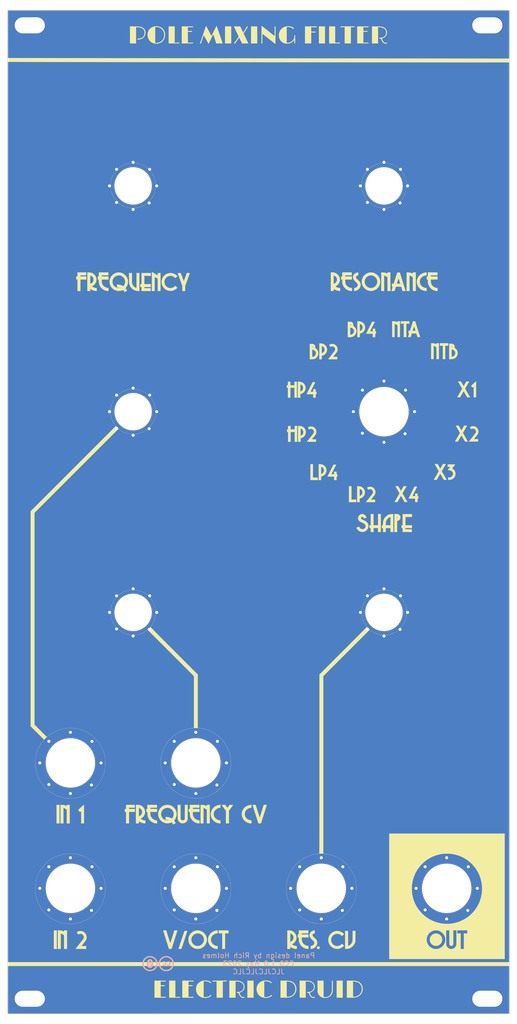
<source format=kicad_pcb>
(kicad_pcb (version 20221018) (generator pcbnew)
  (layers (0 "F.Cu" signal) (31 "B.Cu" signal) (34 "B.Paste" user) (35 "F.Paste" user) (36 "B.SilkS" user "B.Silkscreen") (37 "F.SilkS" user "F.Silkscreen") (38 "B.Mask" user) (39 "F.Mask" user) (44 "Edge.Cuts" user))
  (net 0 "")
  (net 1 "GND")
  (footprint "Kosmo_panel:Kosmo_Panel_Dual_Slotted_Mounting_Holes" (layer "F.Cu") (at 163.1 60.6 180)
    (fp_text reference "H14" hide)
    (fp_text value "Mounting_Holes")
    (pad "1" thru_hole oval (at 1.4 -194 180) (size 6.8 4) (drill oval 6 3.2) (layers "*.Cu" "*.Mask") (net 1 "GND"))
    (pad "1" thru_hole oval (at 1.4 0 180) (size 6.8 4) (drill oval 6 3.2) (layers "*.Cu" "*.Mask") (net 1 "GND"))
  )
  (footprint "Kosmo_panel:Kosmo_Pot_Hole" (layer "F.Cu") (at 141.1 92.6)
    (fp_text reference "H10" hide)
    (fp_text value "Pot_Hole")
    (fp_circle (center 0 0) (end 3.7 0) (stroke (width 0.05)) (fill none) (layer "Edge.Cuts"))
    (pad "1" smd custom (at -4.7 0) (size 0.5 0.5) (layers "F.Cu" "F.Paste" "F.Mask") (net 1 "GND") (options (clearance outline) (anchor circle)) (primitives (gr_circle (center 4.7 0) (end 9.4 0) (width 1.6) (fill none))))
    (pad "1" smd custom (at -4.7 0) (size 0.5 0.5) (layers "B.Cu" "B.Paste" "B.Mask") (net 1 "GND") (options (clearance outline) (anchor circle)) (primitives (gr_circle (center 4.7 0) (end 9.4 0) (width 1.6) (fill none))))
    (pad "1" thru_hole circle (at -4.7 0) (size 0.8 0.8) (drill 0.6) (layers "*.Cu" "*.Mask") (net 1 "GND"))
    (pad "1" thru_hole circle (at -3.3 -3.3) (size 0.8 0.8) (drill 0.6) (layers "*.Cu" "*.Mask") (net 1 "GND"))
    (pad "1" thru_hole circle (at -3.3 3.3) (size 0.8 0.8) (drill 0.6) (layers "*.Cu" "*.Mask") (net 1 "GND"))
    (pad "1" thru_hole circle (at 0 -4.7) (size 0.8 0.8) (drill 0.6) (layers "*.Cu" "*.Mask") (net 1 "GND"))
    (pad "1" thru_hole circle (at 0 4.7) (size 0.8 0.8) (drill 0.6) (layers "*.Cu" "*.Mask") (net 1 "GND"))
    (pad "1" thru_hole circle (at 3.2 3.4) (size 0.8 0.8) (drill 0.6) (layers "*.Cu" "*.Mask") (net 1 "GND"))
    (pad "1" thru_hole circle (at 3.3 -3.3) (size 0.8 0.8) (drill 0.6) (layers "*.Cu" "*.Mask") (net 1 "GND"))
    (pad "1" thru_hole circle (at 4.7 0) (size 0.8 0.8) (drill 0.6) (layers "*.Cu" "*.Mask") (net 1 "GND"))
  )
  (footprint "Kosmo_panel:Kosmo_Jack_Hole" (layer "F.Cu") (at 78.6 207.6)
    (fp_text reference "H1" hide)
    (fp_text value "Jack_Hole")
    (fp_circle (center 0 0) (end 4.9 0) (stroke (width 0.05)) (fill none) (layer "Edge.Cuts"))
    (pad "1" smd custom (at -6.1 0) (size 0.5 0.5) (layers "F.Cu" "F.Paste" "F.Mask") (net 1 "GND") (options (clearance outline) (anchor circle)) (primitives (gr_circle (center 6.1 0) (end 12.2 0) (width 1.9) (fill none))))
    (pad "1" smd custom (at -6.1 0) (size 0.5 0.5) (layers "B.Cu" "B.Paste" "B.Mask") (net 1 "GND") (options (clearance outline) (anchor circle)) (primitives (gr_circle (center 6.1 0) (end 12.2 0) (width 1.9) (fill none))))
    (pad "1" thru_hole circle (at -6.1 0) (size 0.8 0.8) (drill 0.6) (layers "*.Cu" "*.Mask") (net 1 "GND"))
    (pad "1" thru_hole circle (at -4.3 -4.3) (size 0.8 0.8) (drill 0.6) (layers "*.Cu" "*.Mask") (net 1 "GND"))
    (pad "1" thru_hole circle (at -4.3 4.3) (size 0.8 0.8) (drill 0.6) (layers "*.Cu" "*.Mask") (net 1 "GND"))
    (pad "1" thru_hole circle (at 0 -6.1) (size 0.8 0.8) (drill 0.6) (layers "*.Cu" "*.Mask") (net 1 "GND"))
    (pad "1" thru_hole circle (at 0 6.1) (size 0.8 0.8) (drill 0.6) (layers "*.Cu" "*.Mask") (net 1 "GND"))
    (pad "1" thru_hole circle (at 4.2 4.4) (size 0.8 0.8) (drill 0.6) (layers "*.Cu" "*.Mask") (net 1 "GND"))
    (pad "1" thru_hole circle (at 4.3 -4.3) (size 0.8 0.8) (drill 0.6) (layers "*.Cu" "*.Mask") (net 1 "GND"))
    (pad "1" thru_hole circle (at 6.1 0) (size 0.8 0.8) (drill 0.6) (layers "*.Cu" "*.Mask") (net 1 "GND"))
  )
  (footprint "Kosmo_panel:Kosmo_Panel_Dual_Slotted_Mounting_Holes" (layer "F.Cu") (at 69.1 254.6)
    (fp_text reference "H11" hide)
    (fp_text value "Mounting_Holes")
    (pad "1" thru_hole oval (at 1.4 -194) (size 6.8 4) (drill oval 6 3.2) (layers "*.Cu" "*.Mask") (net 1 "GND"))
    (pad "1" thru_hole oval (at 1.4 0) (size 6.8 4) (drill oval 6 3.2) (layers "*.Cu" "*.Mask") (net 1 "GND"))
  )
  (footprint "Kosmo_panel:Kosmo_Jack_Hole" (layer "F.Cu") (at 78.6 232.6)
    (fp_text reference "H2" hide)
    (fp_text value "Jack_Hole")
    (fp_circle (center 0 0) (end 4.9 0) (stroke (width 0.05)) (fill none) (layer "Edge.Cuts"))
    (pad "1" smd custom (at -6.1 0) (size 0.5 0.5) (layers "F.Cu" "F.Paste" "F.Mask") (net 1 "GND") (options (clearance outline) (anchor circle)) (primitives (gr_circle (center 6.1 0) (end 12.2 0) (width 1.9) (fill none))))
    (pad "1" smd custom (at -6.1 0) (size 0.5 0.5) (layers "B.Cu" "B.Paste" "B.Mask") (net 1 "GND") (options (clearance outline) (anchor circle)) (primitives (gr_circle (center 6.1 0) (end 12.2 0) (width 1.9) (fill none))))
    (pad "1" thru_hole circle (at -6.1 0) (size 0.8 0.8) (drill 0.6) (layers "*.Cu" "*.Mask") (net 1 "GND"))
    (pad "1" thru_hole circle (at -4.3 -4.3) (size 0.8 0.8) (drill 0.6) (layers "*.Cu" "*.Mask") (net 1 "GND"))
    (pad "1" thru_hole circle (at -4.3 4.3) (size 0.8 0.8) (drill 0.6) (layers "*.Cu" "*.Mask") (net 1 "GND"))
    (pad "1" thru_hole circle (at 0 -6.1) (size 0.8 0.8) (drill 0.6) (layers "*.Cu" "*.Mask") (net 1 "GND"))
    (pad "1" thru_hole circle (at 0 6.1) (size 0.8 0.8) (drill 0.6) (layers "*.Cu" "*.Mask") (net 1 "GND"))
    (pad "1" thru_hole circle (at 4.2 4.4) (size 0.8 0.8) (drill 0.6) (layers "*.Cu" "*.Mask") (net 1 "GND"))
    (pad "1" thru_hole circle (at 4.3 -4.3) (size 0.8 0.8) (drill 0.6) (layers "*.Cu" "*.Mask") (net 1 "GND"))
    (pad "1" thru_hole circle (at 6.1 0) (size 0.8 0.8) (drill 0.6) (layers "*.Cu" "*.Mask") (net 1 "GND"))
  )
  (footprint "Kosmo_panel:Kosmo_Jack_Hole" (layer "F.Cu") (at 103.6 207.6)
    (fp_text reference "H3" hide)
    (fp_text value "Jack_Hole")
    (fp_circle (center 0 0) (end 4.9 0) (stroke (width 0.05)) (fill none) (layer "Edge.Cuts"))
    (pad "1" smd custom (at -6.1 0) (size 0.5 0.5) (layers "F.Cu" "F.Paste" "F.Mask") (net 1 "GND") (options (clearance outline) (anchor circle)) (primitives (gr_circle (center 6.1 0) (end 12.2 0) (width 1.9) (fill none))))
    (pad "1" smd custom (at -6.1 0) (size 0.5 0.5) (layers "B.Cu" "B.Paste" "B.Mask") (net 1 "GND") (options (clearance outline) (anchor circle)) (primitives (gr_circle (center 6.1 0) (end 12.2 0) (width 1.9) (fill none))))
    (pad "1" thru_hole circle (at -6.1 0) (size 0.8 0.8) (drill 0.6) (layers "*.Cu" "*.Mask") (net 1 "GND"))
    (pad "1" thru_hole circle (at -4.3 -4.3) (size 0.8 0.8) (drill 0.6) (layers "*.Cu" "*.Mask") (net 1 "GND"))
    (pad "1" thru_hole circle (at -4.3 4.3) (size 0.8 0.8) (drill 0.6) (layers "*.Cu" "*.Mask") (net 1 "GND"))
    (pad "1" thru_hole circle (at 0 -6.1) (size 0.8 0.8) (drill 0.6) (layers "*.Cu" "*.Mask") (net 1 "GND"))
    (pad "1" thru_hole circle (at 0 6.1) (size 0.8 0.8) (drill 0.6) (layers "*.Cu" "*.Mask") (net 1 "GND"))
    (pad "1" thru_hole circle (at 4.2 4.4) (size 0.8 0.8) (drill 0.6) (layers "*.Cu" "*.Mask") (net 1 "GND"))
    (pad "1" thru_hole circle (at 4.3 -4.3) (size 0.8 0.8) (drill 0.6) (layers "*.Cu" "*.Mask") (net 1 "GND"))
    (pad "1" thru_hole circle (at 6.1 0) (size 0.8 0.8) (drill 0.6) (layers "*.Cu" "*.Mask") (net 1 "GND"))
  )
  (footprint "Kosmo_panel:Kosmo_Jack_Hole" (layer "F.Cu") (at 103.6 232.6)
    (fp_text reference "H4" hide)
    (fp_text value "Jack_Hole")
    (fp_circle (center 0 0) (end 4.9 0) (stroke (width 0.05)) (fill none) (layer "Edge.Cuts"))
    (pad "1" smd custom (at -6.1 0) (size 0.5 0.5) (layers "F.Cu" "F.Paste" "F.Mask") (net 1 "GND") (options (clearance outline) (anchor circle)) (primitives (gr_circle (center 6.1 0) (end 12.2 0) (width 1.9) (fill none))))
    (pad "1" smd custom (at -6.1 0) (size 0.5 0.5) (layers "B.Cu" "B.Paste" "B.Mask") (net 1 "GND") (options (clearance outline) (anchor circle)) (primitives (gr_circle (center 6.1 0) (end 12.2 0) (width 1.9) (fill none))))
    (pad "1" thru_hole circle (at -6.1 0) (size 0.8 0.8) (drill 0.6) (layers "*.Cu" "*.Mask") (net 1 "GND"))
    (pad "1" thru_hole circle (at -4.3 -4.3) (size 0.8 0.8) (drill 0.6) (layers "*.Cu" "*.Mask") (net 1 "GND"))
    (pad "1" thru_hole circle (at -4.3 4.3) (size 0.8 0.8) (drill 0.6) (layers "*.Cu" "*.Mask") (net 1 "GND"))
    (pad "1" thru_hole circle (at 0 -6.1) (size 0.8 0.8) (drill 0.6) (layers "*.Cu" "*.Mask") (net 1 "GND"))
    (pad "1" thru_hole circle (at 0 6.1) (size 0.8 0.8) (drill 0.6) (layers "*.Cu" "*.Mask") (net 1 "GND"))
    (pad "1" thru_hole circle (at 4.2 4.4) (size 0.8 0.8) (drill 0.6) (layers "*.Cu" "*.Mask") (net 1 "GND"))
    (pad "1" thru_hole circle (at 4.3 -4.3) (size 0.8 0.8) (drill 0.6) (layers "*.Cu" "*.Mask") (net 1 "GND"))
    (pad "1" thru_hole circle (at 6.1 0) (size 0.8 0.8) (drill 0.6) (layers "*.Cu" "*.Mask") (net 1 "GND"))
  )
  (footprint "Kosmo_panel:Kosmo_Jack_Hole" (layer "F.Cu") (at 153.6 232.6)
    (fp_text reference "H5" hide)
    (fp_text value "Jack_Hole")
    (fp_circle (center 0 0) (end 4.9 0) (stroke (width 0.05)) (fill none) (layer "Edge.Cuts"))
    (pad "1" smd custom (at -6.1 0) (size 0.5 0.5) (layers "F.Cu" "F.Paste" "F.Mask") (net 1 "GND") (options (clearance outline) (anchor circle)) (primitives (gr_circle (center 6.1 0) (end 12.2 0) (width 1.9) (fill none))))
    (pad "1" smd custom (at -6.1 0) (size 0.5 0.5) (layers "B.Cu" "B.Paste" "B.Mask") (net 1 "GND") (options (clearance outline) (anchor circle)) (primitives (gr_circle (center 6.1 0) (end 12.2 0) (width 1.9) (fill none))))
    (pad "1" thru_hole circle (at -6.1 0) (size 0.8 0.8) (drill 0.6) (layers "*.Cu" "*.Mask") (net 1 "GND"))
    (pad "1" thru_hole circle (at -4.3 -4.3) (size 0.8 0.8) (drill 0.6) (layers "*.Cu" "*.Mask") (net 1 "GND"))
    (pad "1" thru_hole circle (at -4.3 4.3) (size 0.8 0.8) (drill 0.6) (layers "*.Cu" "*.Mask") (net 1 "GND"))
    (pad "1" thru_hole circle (at 0 -6.1) (size 0.8 0.8) (drill 0.6) (layers "*.Cu" "*.Mask") (net 1 "GND"))
    (pad "1" thru_hole circle (at 0 6.1) (size 0.8 0.8) (drill 0.6) (layers "*.Cu" "*.Mask") (net 1 "GND"))
    (pad "1" thru_hole circle (at 4.2 4.4) (size 0.8 0.8) (drill 0.6) (layers "*.Cu" "*.Mask") (net 1 "GND"))
    (pad "1" thru_hole circle (at 4.3 -4.3) (size 0.8 0.8) (drill 0.6) (layers "*.Cu" "*.Mask") (net 1 "GND"))
    (pad "1" thru_hole circle (at 6.1 0) (size 0.8 0.8) (drill 0.6) (layers "*.Cu" "*.Mask") (net 1 "GND"))
  )
  (footprint "Kosmo_panel:Kosmo_Jack_Hole" (layer "F.Cu") (at 128.6 232.6)
    (fp_text reference "H6" hide)
    (fp_text value "Jack_Hole")
    (fp_circle (center 0 0) (end 4.9 0) (stroke (width 0.05)) (fill none) (layer "Edge.Cuts"))
    (pad "1" smd custom (at -6.1 0) (size 0.5 0.5) (layers "F.Cu" "F.Paste" "F.Mask") (net 1 "GND") (options (clearance outline) (anchor circle)) (primitives (gr_circle (center 6.1 0) (end 12.2 0) (width 1.9) (fill none))))
    (pad "1" smd custom (at -6.1 0) (size 0.5 0.5) (layers "B.Cu" "B.Paste" "B.Mask") (net 1 "GND") (options (clearance outline) (anchor circle)) (primitives (gr_circle (center 6.1 0) (end 12.2 0) (width 1.9) (fill none))))
    (pad "1" thru_hole circle (at -6.1 0) (size 0.8 0.8) (drill 0.6) (layers "*.Cu" "*.Mask") (net 1 "GND"))
    (pad "1" thru_hole circle (at -4.3 -4.3) (size 0.8 0.8) (drill 0.6) (layers "*.Cu" "*.Mask") (net 1 "GND"))
    (pad "1" thru_hole circle (at -4.3 4.3) (size 0.8 0.8) (drill 0.6) (layers "*.Cu" "*.Mask") (net 1 "GND"))
    (pad "1" thru_hole circle (at 0 -6.1) (size 0.8 0.8) (drill 0.6) (layers "*.Cu" "*.Mask") (net 1 "GND"))
    (pad "1" thru_hole circle (at 0 6.1) (size 0.8 0.8) (drill 0.6) (layers "*.Cu" "*.Mask") (net 1 "GND"))
    (pad "1" thru_hole circle (at 4.2 4.4) (size 0.8 0.8) (drill 0.6) (layers "*.Cu" "*.Mask") (net 1 "GND"))
    (pad "1" thru_hole circle (at 4.3 -4.3) (size 0.8 0.8) (drill 0.6) (layers "*.Cu" "*.Mask") (net 1 "GND"))
    (pad "1" thru_hole circle (at 6.1 0) (size 0.8 0.8) (drill 0.6) (layers "*.Cu" "*.Mask") (net 1 "GND"))
  )
  (footprint "Kosmo_panel:Kosmo_Pot_Hole" (layer "F.Cu") (at 91.1 177.6)
    (fp_text reference "H15" hide)
    (fp_text value "Pot_Hole")
    (fp_circle (center 0 0) (end 3.7 0) (stroke (width 0.05)) (fill none) (layer "Edge.Cuts"))
    (pad "1" smd custom (at -4.7 0) (size 0.5 0.5) (layers "F.Cu" "F.Paste" "F.Mask") (net 1 "GND") (options (clearance outline) (anchor circle)) (primitives (gr_circle (center 4.7 0) (end 9.4 0) (width 1.6) (fill none))))
    (pad "1" smd custom (at -4.7 0) (size 0.5 0.5) (layers "B.Cu" "B.Paste" "B.Mask") (net 1 "GND") (options (clearance outline) (anchor circle)) (primitives (gr_circle (center 4.7 0) (end 9.4 0) (width 1.6) (fill none))))
    (pad "1" thru_hole circle (at -4.7 0) (size 0.8 0.8) (drill 0.6) (layers "*.Cu" "*.Mask") (net 1 "GND"))
    (pad "1" thru_hole circle (at -3.3 -3.3) (size 0.8 0.8) (drill 0.6) (layers "*.Cu" "*.Mask") (net 1 "GND"))
    (pad "1" thru_hole circle (at -3.3 3.3) (size 0.8 0.8) (drill 0.6) (layers "*.Cu" "*.Mask") (net 1 "GND"))
    (pad "1" thru_hole circle (at 0 -4.7) (size 0.8 0.8) (drill 0.6) (layers "*.Cu" "*.Mask") (net 1 "GND"))
    (pad "1" thru_hole circle (at 0 4.7) (size 0.8 0.8) (drill 0.6) (layers "*.Cu" "*.Mask") (net 1 "GND"))
    (pad "1" thru_hole circle (at 3.2 3.4) (size 0.8 0.8) (drill 0.6) (layers "*.Cu" "*.Mask") (net 1 "GND"))
    (pad "1" thru_hole circle (at 3.3 -3.3) (size 0.8 0.8) (drill 0.6) (layers "*.Cu" "*.Mask") (net 1 "GND"))
    (pad "1" thru_hole circle (at 4.7 0) (size 0.8 0.8) (drill 0.6) (layers "*.Cu" "*.Mask") (net 1 "GND"))
  )
  (footprint "pmf_panel:pmf_panel_art" (layer "F.Cu") (at 116.1 157.6)
    (fp_text reference "GRAF2" hide)
    (fp_text value "Art" hide)
  )
  (footprint "pmf_panel:pmf_panel_holes" (layer "F.Cu") (at 116.1 157.6)
    (fp_text reference "GRAF1" hide)
    (fp_text value "Holes" hide)
  )
  (footprint "Kosmo_panel:Kosmo_Pot_Hole" (layer "F.Cu") (at 141.1 177.6)
    (fp_text reference "H8" hide)
    (fp_text value "Pot_Hole")
    (fp_circle (center 0 0) (end 3.7 0) (stroke (width 0.05)) (fill none) (layer "Edge.Cuts"))
    (pad "1" smd custom (at -4.7 0) (size 0.5 0.5) (layers "F.Cu" "F.Paste" "F.Mask") (net 1 "GND") (options (clearance outline) (anchor circle)) (primitives (gr_circle (center 4.7 0) (end 9.4 0) (width 1.6) (fill none))))
    (pad "1" smd custom (at -4.7 0) (size 0.5 0.5) (layers "B.Cu" "B.Paste" "B.Mask") (net 1 "GND") (options (clearance outline) (anchor circle)) (primitives (gr_circle (center 4.7 0) (end 9.4 0) (width 1.6) (fill none))))
    (pad "1" thru_hole circle (at -4.7 0) (size 0.8 0.8) (drill 0.6) (layers "*.Cu" "*.Mask") (net 1 "GND"))
    (pad "1" thru_hole circle (at -3.3 -3.3) (size 0.8 0.8) (drill 0.6) (layers "*.Cu" "*.Mask") (net 1 "GND"))
    (pad "1" thru_hole circle (at -3.3 3.3) (size 0.8 0.8) (drill 0.6) (layers "*.Cu" "*.Mask") (net 1 "GND"))
    (pad "1" thru_hole circle (at 0 -4.7) (size 0.8 0.8) (drill 0.6) (layers "*.Cu" "*.Mask") (net 1 "GND"))
    (pad "1" thru_hole circle (at 0 4.7) (size 0.8 0.8) (drill 0.6) (layers "*.Cu" "*.Mask") (net 1 "GND"))
    (pad "1" thru_hole circle (at 3.2 3.4) (size 0.8 0.8) (drill 0.6) (layers "*.Cu" "*.Mask") (net 1 "GND"))
    (pad "1" thru_hole circle (at 3.3 -3.3) (size 0.8 0.8) (drill 0.6) (layers "*.Cu" "*.Mask") (net 1 "GND"))
    (pad "1" thru_hole circle (at 4.7 0) (size 0.8 0.8) (drill 0.6) (layers "*.Cu" "*.Mask") (net 1 "GND"))
  )
  (footprint "Kosmo_panel:Kosmo_Pot_Hole" (layer "F.Cu") (at 91.1 137.6)
    (fp_text reference "H16" hide)
    (fp_text value "Pot_Hole")
    (fp_circle (center 0 0) (end 3.7 0) (stroke (width 0.05)) (fill none) (layer "Edge.Cuts"))
    (pad "1" smd custom (at -4.7 0) (size 0.5 0.5) (layers "F.Cu" "F.Paste" "F.Mask") (net 1 "GND") (options (clearance outline) (anchor circle)) (primitives (gr_circle (center 4.7 0) (end 9.4 0) (width 1.6) (fill none))))
    (pad "1" smd custom (at -4.7 0) (size 0.5 0.5) (layers "B.Cu" "B.Paste" "B.Mask") (net 1 "GND") (options (clearance outline) (anchor circle)) (primitives (gr_circle (center 4.7 0) (end 9.4 0) (width 1.6) (fill none))))
    (pad "1" thru_hole circle (at -4.7 0) (size 0.8 0.8) (drill 0.6) (layers "*.Cu" "*.Mask") (net 1 "GND"))
    (pad "1" thru_hole circle (at -3.3 -3.3) (size 0.8 0.8) (drill 0.6) (layers "*.Cu" "*.Mask") (net 1 "GND"))
    (pad "1" thru_hole circle (at -3.3 3.3) (size 0.8 0.8) (drill 0.6) (layers "*.Cu" "*.Mask") (net 1 "GND"))
    (pad "1" thru_hole circle (at 0 -4.7) (size 0.8 0.8) (drill 0.6) (layers "*.Cu" "*.Mask") (net 1 "GND"))
    (pad "1" thru_hole circle (at 0 4.7) (size 0.8 0.8) (drill 0.6) (layers "*.Cu" "*.Mask") (net 1 "GND"))
    (pad "1" thru_hole circle (at 3.2 3.4) (size 0.8 0.8) (drill 0.6) (layers "*.Cu" "*.Mask") (net 1 "GND"))
    (pad "1" thru_hole circle (at 3.3 -3.3) (size 0.8 0.8) (drill 0.6) (layers "*.Cu" "*.Mask") (net 1 "GND"))
    (pad "1" thru_hole circle (at 4.7 0) (size 0.8 0.8) (drill 0.6) (layers "*.Cu" "*.Mask") (net 1 "GND"))
  )
  (footprint "Kosmo_panel:Kosmo_Jack_Hole" (layer "F.Cu") (at 141.1 137.6)
    (fp_text reference "H9" hide)
    (fp_text value "Rotary_Switch_Hole")
    (fp_circle (center 0 0) (end 4.9 0) (stroke (width 0.05)) (fill none) (layer "Edge.Cuts"))
    (pad "1" smd custom (at -6.1 0) (size 0.5 0.5) (layers "F.Cu" "F.Paste" "F.Mask") (net 1 "GND") (options (clearance outline) (anchor circle)) (primitives (gr_circle (center 6.1 0) (end 12.2 0) (width 1.9) (fill none))))
    (pad "1" smd custom (at -6.1 0) (size 0.5 0.5) (layers "B.Cu" "B.Paste" "B.Mask") (net 1 "GND") (options (clearance outline) (anchor circle)) (primitives (gr_circle (center 6.1 0) (end 12.2 0) (width 1.9) (fill none))))
    (pad "1" thru_hole circle (at -6.1 0) (size 0.8 0.8) (drill 0.6) (layers "*.Cu" "*.Mask") (net 1 "GND"))
    (pad "1" thru_hole circle (at -4.3 -4.3) (size 0.8 0.8) (drill 0.6) (layers "*.Cu" "*.Mask") (net 1 "GND"))
    (pad "1" thru_hole circle (at -4.3 4.3) (size 0.8 0.8) (drill 0.6) (layers "*.Cu" "*.Mask") (net 1 "GND"))
    (pad "1" thru_hole circle (at 0 -6.1) (size 0.8 0.8) (drill 0.6) (layers "*.Cu" "*.Mask") (net 1 "GND"))
    (pad "1" thru_hole circle (at 0 6.1) (size 0.8 0.8) (drill 0.6) (layers "*.Cu" "*.Mask") (net 1 "GND"))
    (pad "1" thru_hole circle (at 4.2 4.4) (size 0.8 0.8) (drill 0.6) (layers "*.Cu" "*.Mask") (net 1 "GND"))
    (pad "1" thru_hole circle (at 4.3 -4.3) (size 0.8 0.8) (drill 0.6) (layers "*.Cu" "*.Mask") (net 1 "GND"))
    (pad "1" thru_hole circle (at 6.1 0) (size 0.8 0.8) (drill 0.6) (layers "*.Cu" "*.Mask") (net 1 "GND"))
  )
  (footprint "Kosmo_panel:Kosmo_Pot_Hole" (layer "F.Cu") (at 91.1 92.6)
    (fp_text reference "H7" hide)
    (fp_text value "Pot_Hole")
    (fp_circle (center 0 0) (end 3.7 0) (stroke (width 0.05)) (fill none) (layer "Edge.Cuts"))
    (pad "1" smd custom (at -4.7 0) (size 0.5 0.5) (layers "F.Cu" "F.Paste" "F.Mask") (net 1 "GND") (options (clearance outline) (anchor circle)) (primitives (gr_circle (center 4.7 0) (end 9.4 0) (width 1.6) (fill none))))
    (pad "1" smd custom (at -4.7 0) (size 0.5 0.5) (layers "B.Cu" "B.Paste" "B.Mask") (net 1 "GND") (options (clearance outline) (anchor circle)) (primitives (gr_circle (center 4.7 0) (end 9.4 0) (width 1.6) (fill none))))
    (pad "1" thru_hole circle (at -4.7 0) (size 0.8 0.8) (drill 0.6) (layers "*.Cu" "*.Mask") (net 1 "GND"))
    (pad "1" thru_hole circle (at -3.3 -3.3) (size 0.8 0.8) (drill 0.6) (layers "*.Cu" "*.Mask") (net 1 "GND"))
    (pad "1" thru_hole circle (at -3.3 3.3) (size 0.8 0.8) (drill 0.6) (layers "*.Cu" "*.Mask") (net 1 "GND"))
    (pad "1" thru_hole circle (at 0 -4.7) (size 0.8 0.8) (drill 0.6) (layers "*.Cu" "*.Mask") (net 1 "GND"))
    (pad "1" thru_hole circle (at 0 4.7) (size 0.8 0.8) (drill 0.6) (layers "*.Cu" "*.Mask") (net 1 "GND"))
    (pad "1" thru_hole circle (at 3.2 3.4) (size 0.8 0.8) (drill 0.6) (layers "*.Cu" "*.Mask") (net 1 "GND"))
    (pad "1" thru_hole circle (at 3.3 -3.3) (size 0.8 0.8) (drill 0.6) (layers "*.Cu" "*.Mask") (net 1 "GND"))
    (pad "1" thru_hole circle (at 4.7 0) (size 0.8 0.8) (drill 0.6) (layers "*.Cu" "*.Mask") (net 1 "GND"))
  )
  (footprint "AO_tht:CC0_logo" (layer "B.Cu") (at 96.1 247.6 180)
    (fp_text reference "GRAF3" hide)
    (fp_text value "CC0 logo" hide)
  )
  (gr_line (start 66.1 257.6) (end 166.1 257.6) (stroke (width 0.1)) (layer "Edge.Cuts"))
  (gr_line (start 166.1 57.6) (end 66.1 57.6) (stroke (width 0.1)) (layer "Edge.Cuts"))
  (gr_line (start 66.1 57.6) (end 66.1 257.6) (stroke (width 0.1)) (layer "Edge.Cuts"))
  (gr_line (start 166.1 257.6) (end 166.1 57.6) (stroke (width 0.1)) (layer "Edge.Cuts"))
  (gr_text "Panel design by Rich Holmes\nCC0 1.0 May 2023\nJLCJLCJLCJLC" (at 116.1 247.6) (layer "B.SilkS") (effects (font (size 1 1)) (justify mirror)))
  (zone (net 1) (net_name "GND") (layers "F&B.Cu") (connect_pads (clearance 0.508)) (min_thickness 0.254) (fill yes (thermal_gap 0.508) (thermal_bridge_width 0.508))
    (polygon (pts (xy 166.1 257.6) (xy 66.1 257.6) (xy 66.1 57.6) (xy 166.1 57.6)))
  )
)
</source>
